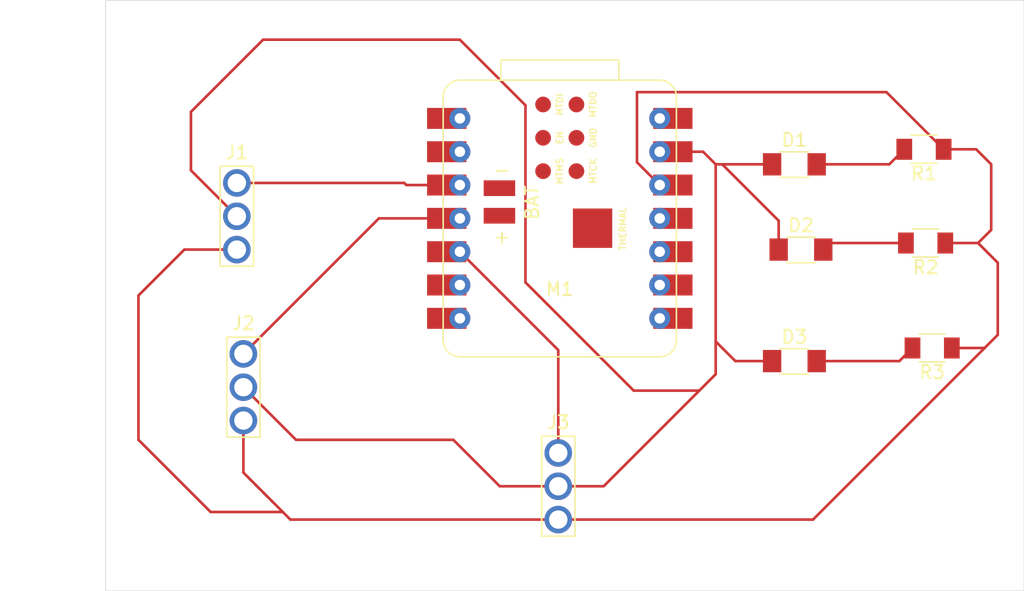
<source format=kicad_pcb>
(kicad_pcb (version 20241229) (generator "pcbnew") (generator_version "9.0")
  (layers (0 "F.Cu" signal) (2 "B.Cu" signal) (13 "F.Paste" user) (15 "B.Paste" user) (5 "F.SilkS" user "F.Silkscreen") (7 "B.SilkS" user "B.Silkscreen") (1 "F.Mask" user) (3 "B.Mask" user) (25 "Edge.Cuts" user))
  (net 0 "")
  (net 1 "Net-(D1-K)")
  (net 2 "Net-(D1-A)")
  (net 3 "Net-(D2-A)")
  (net 4 "Net-(D3-A)")
  (net 5 "Net-(J1-Pin_1)")
  (net 6 "Net-(J2-Pin_1)")
  (net 7 "Net-(J3-Pin_1)")
  (footprint "Fab:PinHeader_01x03_P2.54mm_Vertical_THT_D1.4mm" (layer "F.Cu") (at 56 64.42)
    (property "Reference" "J1" (at 0 -2.33 0) (layer "F.SilkS"))
    (property "Value" "PinHeader_01x03_P2.54mm_Vertical_THT_D1mm")
    (fp_line (start -1.27 -1.27) (end -1.27 6.35) (stroke (width 0.12)) (layer "F.SilkS"))
    (fp_line (start -1.27 -1.27) (end 1.27 -1.27) (stroke (width 0.12)) (layer "F.SilkS"))
    (fp_line (start -1.27 6.35) (end 1.27 6.35) (stroke (width 0.12)) (layer "F.SilkS"))
    (fp_line (start 1.27 -1.27) (end 1.27 6.35) (stroke (width 0.12)) (layer "F.SilkS"))
    (pad "1" thru_hole circle (at 0 0) (size 2.1 2.1) (drill 1.4) (layers "*.Cu" "*.Mask") (net 5 "Net-(J1-Pin_1)"))
    (pad "2" thru_hole circle (at 0 2.54) (size 2.1 2.1) (drill 1.4) (layers "*.Cu" "*.Mask") (net 1 "Net-(D1-K)"))
    (pad "3" thru_hole circle (at 0 5.08) (size 2.1 2.1) (drill 1.4) (layers "*.Cu" "*.Mask") (net 1 "Net-(D1-K)"))
  )
  (footprint "Fab:LED_1206" (layer "F.Cu") (at 98.5 63)
    (property "Reference" "D1" (at 0 -1.85 0) (layer "F.SilkS"))
    (property "Value" "LED_1206")
    (fp_line (start -1.1 -0.95) (end 1.1 -0.95) (stroke (width 0.12)) (layer "F.SilkS"))
    (fp_line (start -1.1 1) (end 1.1 1) (stroke (width 0.12)) (layer "F.SilkS"))
    (pad "1" smd rect (at -1.7 0) (size 1.4 1.7) (layers "F.Cu" "F.Mask" "F.Paste") (net 1 "Net-(D1-K)"))
    (pad "2" smd rect (at 1.7 0) (size 1.4 1.7) (layers "F.Cu" "F.Mask" "F.Paste") (net 2 "Net-(D1-A)"))
  )
  (footprint "Fab:R_1206" (layer "F.Cu") (at 108.5 69 180)
    (property "Reference" "R2" (at 0 -1.85 0) (layer "F.SilkS"))
    (property "Value" "R_1206")
    (fp_line (start 1 1.07) (end -1 1.07) (stroke (width 0.12)) (layer "F.SilkS"))
    (fp_line (start -1 -1.07) (end 1 -1.07) (stroke (width 0.12)) (layer "F.SilkS"))
    (pad "1" smd rect (at -1.5 0 180) (size 1.2 1.6) (layers "F.Cu" "F.Mask" "F.Paste") (net 1 "Net-(D1-K)"))
    (pad "2" smd rect (at 1.5 0 180) (size 1.2 1.6) (layers "F.Cu" "F.Mask" "F.Paste") (net 3 "Net-(D2-A)"))
  )
  (footprint "Fab:LED_1206" (layer "F.Cu") (at 99 69.5)
    (property "Reference" "D2" (at 0 -1.85 0) (layer "F.SilkS"))
    (property "Value" "LED_1206")
    (fp_line (start -1.1 -0.95) (end 1.1 -0.95) (stroke (width 0.12)) (layer "F.SilkS"))
    (fp_line (start -1.1 1) (end 1.1 1) (stroke (width 0.12)) (layer "F.SilkS"))
    (pad "1" smd rect (at -1.7 0) (size 1.4 1.7) (layers "F.Cu" "F.Mask" "F.Paste") (net 1 "Net-(D1-K)"))
    (pad "2" smd rect (at 1.7 0) (size 1.4 1.7) (layers "F.Cu" "F.Mask" "F.Paste") (net 3 "Net-(D2-A)"))
  )
  (footprint "Fab:SeeedStudio_XIAO_ESP32C3" (layer "F.Cu") (at 80.615 67.12)
    (property "Reference" "M1" (at 0 5.39 0) (layer "F.SilkS"))
    (property "Value" "Module_XIAO-ESP32C3")
    (fp_line (start -8.8875 9.281) (end -8.8875 -9.261) (stroke (width 0.12)) (layer "F.SilkS"))
    (fp_line (start -7.6175 -10.531) (end 7.6225 -10.531) (stroke (width 0.12)) (layer "F.SilkS"))
    (fp_line (start 7.6225 10.551) (end -7.6175 10.551) (stroke (width 0.12)) (layer "F.SilkS"))
    (fp_line (start 8.8925 -9.261) (end 8.8925 9.281) (stroke (width 0.12)) (layer "F.SilkS"))
    (fp_rect (start -4.4975 -10.531) (end 4.5025 -12.055) (stroke (width 0.12)) (fill no) (layer "F.SilkS"))
    (fp_arc (start -8.8875 -9.261) (mid -8.515526 -10.159026) (end -7.6175 -10.531) (stroke (width 0.12)) (layer "F.SilkS"))
    (fp_arc (start -7.6175 10.551) (mid -8.515526 10.179026) (end -8.8875 9.281) (stroke (width 0.12)) (layer "F.SilkS"))
    (fp_arc (start 7.6225 -10.531) (mid 8.520526 -10.159026) (end 8.8925 -9.261) (stroke (width 0.12)) (layer "F.SilkS"))
    (fp_arc (start 8.8925 9.281) (mid 8.520526 10.179026) (end 7.6225 10.551) (stroke (width 0.12)) (layer "F.SilkS"))
    (fp_text user "MTCK" (at 2.54 -3.6 90) (layer "F.SilkS") (effects (font (size 0.5 0.5) (thickness 0.1) (bold yes))))
    (fp_text user "+" (at -4.4 1.4 0) (layer "F.SilkS"))
    (fp_text user "MTMS" (at 0 -3.6 90) (layer "F.SilkS") (effects (font (size 0.5 0.5) (thickness 0.1) (bold yes))))
    (fp_text user "MTDO" (at 2.54 -8.68 90) (layer "F.SilkS") (effects (font (size 0.5 0.5) (thickness 0.1) (bold yes))))
    (fp_text user "MTDI" (at 0 -8.68 90) (layer "F.SilkS") (effects (font (size 0.5 0.5) (thickness 0.1) (bold yes))))
    (fp_text user "-" (at -4.4 -3.7 0) (layer "F.SilkS"))
    (fp_text user "THERMAL" (at 4.8 0.8 90) (layer "F.SilkS") (effects (font (size 0.5 0.5) (thickness 0.1) (bold yes))))
    (fp_text user "GND" (at 2.54 -6.14 90) (layer "F.SilkS") (effects (font (size 0.5 0.5) (thickness 0.1) (bold yes))))
    (fp_text user "EN" (at 0 -6.14 90) (layer "F.SilkS") (effects (font (size 0.5 0.5) (thickness 0.1) (bold yes))))
    (fp_text user "BAT" (at -2.7 -1.2 90) (layer "F.SilkS") (effects (justify top)))
    (pad "1" thru_hole circle (at -7.615 -7.62) (size 1.6 1.6) (drill 0.8) (layers "*.Cu" "*.Mask"))
    (pad "1" smd rect (at -7.615 -7.62) (size 3 1.6) (drill (offset -1 0)) (layers "F.Cu" "F.Mask" "F.Paste"))
    (pad "2" thru_hole circle (at -7.615 -5.08) (size 1.6 1.6) (drill 0.8) (layers "*.Cu" "*.Mask"))
    (pad "2" smd rect (at -7.615 -5.08) (size 3 1.6) (drill (offset -1 0)) (layers "F.Cu" "F.Mask" "F.Paste"))
    (pad "3" thru_hole circle (at -7.615 -2.54) (size 1.6 1.6) (drill 0.8) (layers "*.Cu" "*.Mask") (net 5 "Net-(J1-Pin_1)"))
    (pad "3" smd rect (at -7.615 -2.54) (size 3 1.6) (drill (offset -1 0)) (layers "F.Cu" "F.Mask" "F.Paste") (net 5 "Net-(J1-Pin_1)"))
    (pad "4" thru_hole circle (at -7.615 0) (size 1.6 1.6) (drill 0.8) (layers "*.Cu" "*.Mask") (net 6 "Net-(J2-Pin_1)"))
    (pad "4" smd rect (at -7.615 0) (size 3 1.6) (drill (offset -1 0)) (layers "F.Cu" "F.Mask" "F.Paste") (net 6 "Net-(J2-Pin_1)"))
    (pad "5" thru_hole circle (at -7.615 2.54) (size 1.6 1.6) (drill 0.8) (layers "*.Cu" "*.Mask") (net 7 "Net-(J3-Pin_1)"))
    (pad "5" smd rect (at -7.615 2.54) (size 3 1.6) (drill (offset -1 0)) (layers "F.Cu" "F.Mask" "F.Paste") (net 7 "Net-(J3-Pin_1)"))
    (pad "6" thru_hole circle (at -7.615 5.08) (size 1.6 1.6) (drill 0.8) (layers "*.Cu" "*.Mask"))
    (pad "6" smd rect (at -7.615 5.08) (size 3 1.6) (drill (offset -1 0)) (layers "F.Cu" "F.Mask" "F.Paste"))
    (pad "7" thru_hole circle (at -7.615 7.62) (size 1.6 1.6) (drill 0.8) (layers "*.Cu" "*.Mask"))
    (pad "7" smd rect (at -7.615 7.62) (size 3 1.6) (drill (offset -1 0)) (layers "F.Cu" "F.Mask" "F.Paste"))
    (pad "8" thru_hole circle (at 7.62 7.62) (size 1.6 1.6) (drill 0.8) (layers "*.Cu" "*.Mask"))
    (pad "8" smd rect (at 7.62 7.62) (size 3 1.6) (drill (offset 1 0)) (layers "F.Cu" "F.Mask" "F.Paste"))
    (pad "9" thru_hole circle (at 7.62 5.08) (size 1.6 1.6) (drill 0.8) (layers "*.Cu" "*.Mask"))
    (pad "9" smd rect (at 7.62 5.08) (size 3 1.6) (drill (offset 1 0)) (layers "F.Cu" "F.Mask" "F.Paste"))
    (pad "10" thru_hole circle (at 7.62 2.54) (size 1.6 1.6) (drill 0.8) (layers "*.Cu" "*.Mask"))
    (pad "10" smd rect (at 7.62 2.54) (size 3 1.6) (drill (offset 1 0)) (layers "F.Cu" "F.Mask" "F.Paste"))
    (pad "11" thru_hole circle (at 7.62 0) (size 1.6 1.6) (drill 0.8) (layers "*.Cu" "*.Mask"))
    (pad "11" smd rect (at 7.62 0) (size 3 1.6) (drill (offset 1 0)) (layers "F.Cu" "F.Mask" "F.Paste"))
    (pad "12" thru_hole circle (at 7.62 -2.54) (size 1.6 1.6) (drill 0.8) (layers "*.Cu" "*.Mask") (net 1 "Net-(D1-K)"))
    (pad "12" smd rect (at 7.62 -2.54) (size 3 1.6) (drill (offset 1 0)) (layers "F.Cu" "F.Mask" "F.Paste") (net 1 "Net-(D1-K)"))
    (pad "13" thru_hole circle (at 7.62 -5.08) (size 1.6 1.6) (drill 0.8) (layers "*.Cu" "*.Mask") (net 1 "Net-(D1-K)"))
    (pad "13" smd rect (at 7.62 -5.08) (size 3 1.6) (drill (offset 1 0)) (layers "F.Cu" "F.Mask" "F.Paste") (net 1 "Net-(D1-K)"))
    (pad "14" thru_hole circle (at 7.62 -7.62) (size 1.6 1.6) (drill 0.8) (layers "*.Cu" "*.Mask"))
    (pad "14" smd rect (at 7.62 -7.62) (size 3 1.6) (drill (offset 1 0)) (layers "F.Cu" "F.Mask" "F.Paste"))
    (pad "15" smd rect (at -4.6 -2.3) (size 2.4 1.2) (layers "F.Cu" "F.Mask" "F.Paste"))
    (pad "16" smd rect (at -4.6 -0.2) (size 2.4 1.2) (layers "F.Cu" "F.Mask" "F.Paste"))
    (pad "17" smd circle (at -1.27 -8.68) (size 1.2 1.2) (layers "F.Cu" "F.Mask" "F.Paste"))
    (pad "18" smd circle (at -1.27 -6.14) (size 1.2 1.2) (layers "F.Cu" "F.Mask" "F.Paste"))
    (pad "19" smd circle (at -1.27 -3.6) (size 1.2 1.2) (layers "F.Cu" "F.Mask" "F.Paste"))
    (pad "20" smd circle (at 1.27 -3.6) (size 1.2 1.2) (layers "F.Cu" "F.Mask" "F.Paste"))
    (pad "21" smd circle (at 1.27 -6.14) (size 1.2 1.2) (layers "F.Cu" "F.Mask" "F.Paste"))
    (pad "22" smd circle (at 1.27 -8.68) (size 1.2 1.2) (layers "F.Cu" "F.Mask" "F.Paste"))
    (pad "23" smd rect (at 2.5 0.75) (size 3 3) (layers "F.Cu" "F.Mask" "F.Paste"))
  )
  (footprint "Fab:R_1206" (layer "F.Cu") (at 108.375 61.855 180)
    (property "Reference" "R1" (at 0 -1.85 0) (layer "F.SilkS"))
    (property "Value" "R_1206")
    (fp_line (start 1 1.07) (end -1 1.07) (stroke (width 0.12)) (layer "F.SilkS"))
    (fp_line (start -1 -1.07) (end 1 -1.07) (stroke (width 0.12)) (layer "F.SilkS"))
    (pad "1" smd rect (at -1.5 0 180) (size 1.2 1.6) (layers "F.Cu" "F.Mask" "F.Paste") (net 1 "Net-(D1-K)"))
    (pad "2" smd rect (at 1.5 0 180) (size 1.2 1.6) (layers "F.Cu" "F.Mask" "F.Paste") (net 2 "Net-(D1-A)"))
  )
  (footprint "Fab:PinHeader_01x03_P2.54mm_Vertical_THT_D1.4mm" (layer "F.Cu") (at 56.5 77.45)
    (property "Reference" "J2" (at 0 -2.33 0) (layer "F.SilkS"))
    (property "Value" "PinHeader_01x03_P2.54mm_Vertical_THT_D1mm")
    (fp_line (start -1.27 -1.27) (end -1.27 6.35) (stroke (width 0.12)) (layer "F.SilkS"))
    (fp_line (start -1.27 -1.27) (end 1.27 -1.27) (stroke (width 0.12)) (layer "F.SilkS"))
    (fp_line (start -1.27 6.35) (end 1.27 6.35) (stroke (width 0.12)) (layer "F.SilkS"))
    (fp_line (start 1.27 -1.27) (end 1.27 6.35) (stroke (width 0.12)) (layer "F.SilkS"))
    (pad "1" thru_hole circle (at 0 0) (size 2.1 2.1) (drill 1.4) (layers "*.Cu" "*.Mask") (net 6 "Net-(J2-Pin_1)"))
    (pad "2" thru_hole circle (at 0 2.54) (size 2.1 2.1) (drill 1.4) (layers "*.Cu" "*.Mask") (net 1 "Net-(D1-K)"))
    (pad "3" thru_hole circle (at 0 5.08) (size 2.1 2.1) (drill 1.4) (layers "*.Cu" "*.Mask") (net 1 "Net-(D1-K)"))
  )
  (footprint "Fab:PinHeader_01x03_P2.54mm_Vertical_THT_D1.4mm" (layer "F.Cu") (at 80.5 85)
    (property "Reference" "J3" (at 0 -2.33 0) (layer "F.SilkS"))
    (property "Value" "PinHeader_01x03_P2.54mm_Vertical_THT_D1mm")
    (fp_line (start -1.27 -1.27) (end -1.27 6.35) (stroke (width 0.12)) (layer "F.SilkS"))
    (fp_line (start -1.27 -1.27) (end 1.27 -1.27) (stroke (width 0.12)) (layer "F.SilkS"))
    (fp_line (start -1.27 6.35) (end 1.27 6.35) (stroke (width 0.12)) (layer "F.SilkS"))
    (fp_line (start 1.27 -1.27) (end 1.27 6.35) (stroke (width 0.12)) (layer "F.SilkS"))
    (pad "1" thru_hole circle (at 0 0) (size 2.1 2.1) (drill 1.4) (layers "*.Cu" "*.Mask") (net 7 "Net-(J3-Pin_1)"))
    (pad "2" thru_hole circle (at 0 2.54) (size 2.1 2.1) (drill 1.4) (layers "*.Cu" "*.Mask") (net 1 "Net-(D1-K)"))
    (pad "3" thru_hole circle (at 0 5.08) (size 2.1 2.1) (drill 1.4) (layers "*.Cu" "*.Mask") (net 1 "Net-(D1-K)"))
  )
  (footprint "Fab:LED_1206" (layer "F.Cu") (at 98.5 78)
    (property "Reference" "D3" (at 0 -1.85 0) (layer "F.SilkS"))
    (property "Value" "LED_1206")
    (fp_line (start -1.1 -0.95) (end 1.1 -0.95) (stroke (width 0.12)) (layer "F.SilkS"))
    (fp_line (start -1.1 1) (end 1.1 1) (stroke (width 0.12)) (layer "F.SilkS"))
    (pad "1" smd rect (at -1.7 0) (size 1.4 1.7) (layers "F.Cu" "F.Mask" "F.Paste") (net 1 "Net-(D1-K)"))
    (pad "2" smd rect (at 1.7 0) (size 1.4 1.7) (layers "F.Cu" "F.Mask" "F.Paste") (net 4 "Net-(D3-A)"))
  )
  (footprint "Fab:R_1206" (layer "F.Cu") (at 109 77 180)
    (property "Reference" "R3" (at 0 -1.85 0) (layer "F.SilkS"))
    (property "Value" "R_1206")
    (fp_line (start 1 1.07) (end -1 1.07) (stroke (width 0.12)) (layer "F.SilkS"))
    (fp_line (start -1 -1.07) (end 1 -1.07) (stroke (width 0.12)) (layer "F.SilkS"))
    (pad "1" smd rect (at -1.5 0 180) (size 1.2 1.6) (layers "F.Cu" "F.Mask" "F.Paste") (net 1 "Net-(D1-K)"))
    (pad "2" smd rect (at 1.5 0 180) (size 1.2 1.6) (layers "F.Cu" "F.Mask" "F.Paste") (net 4 "Net-(D3-A)"))
  )
  (gr_rect (start 46 50.5) (end 116 95.5) (stroke (width 0.05)) (fill no) (layer "Edge.Cuts"))
  (segment (start 56.5 82.53) (end 56.5 86.5) (width 0.2) (layer "F.Cu") (net 1))
  (segment (start 92.5 63) (end 93 63) (width 0.2) (layer "F.Cu") (net 1))
  (segment (start 83.96 87.54) (end 88.75 82.75) (width 0.2) (layer "F.Cu") (net 1))
  (segment (start 60.08 90.08) (end 80.5 90.08) (width 0.2) (layer "F.Cu") (net 1))
  (segment (start 80.5 87.54) (end 83.96 87.54) (width 0.2) (layer "F.Cu") (net 1))
  (segment (start 113.5 68) (end 112.5 69) (width 0.2) (layer "F.Cu") (net 1))
  (segment (start 86.5 62.845) (end 88.235 64.58) (width 0.2) (layer "F.Cu") (net 1))
  (segment (start 56 69.5) (end 52 69.5) (width 0.2) (layer "F.Cu") (net 1))
  (segment (start 80.5 90.08) (end 99.92 90.08) (width 0.2) (layer "F.Cu") (net 1))
  (segment (start 86.25 80.25) (end 91.25 80.25) (width 0.2) (layer "F.Cu") (net 1))
  (segment (start 92.5 63) (end 91.54 62.04) (width 0.2) (layer "F.Cu") (net 1))
  (segment (start 93 63) (end 96.8 63) (width 0.2) (layer "F.Cu") (net 1))
  (segment (start 48.5 84) (end 54 89.5) (width 0.2) (layer "F.Cu") (net 1))
  (segment (start 56.5 86.5) (end 59.5 89.5) (width 0.2) (layer "F.Cu") (net 1))
  (segment (start 112.5 69) (end 114 70.5) (width 0.2) (layer "F.Cu") (net 1))
  (segment (start 48.5 73) (end 48.5 84) (width 0.2) (layer "F.Cu") (net 1))
  (segment (start 78 72) (end 86.25 80.25) (width 0.2) (layer "F.Cu") (net 1))
  (segment (start 52.5 63.46) (end 52.5 59) (width 0.2) (layer "F.Cu") (net 1))
  (segment (start 56 66.96) (end 52.5 63.46) (width 0.2) (layer "F.Cu") (net 1))
  (segment (start 113.5 63) (end 113.5 68) (width 0.2) (layer "F.Cu") (net 1))
  (segment (start 92.5 76.5) (end 92.5 63) (width 0.2) (layer "F.Cu") (net 1))
  (segment (start 88.75 82.75) (end 91.25 80.25) (width 0.2) (layer "F.Cu") (net 1))
  (segment (start 52 69.5) (end 48.5 73) (width 0.2) (layer "F.Cu") (net 1))
  (segment (start 109.875 61.855) (end 112.355 61.855) (width 0.2) (layer "F.Cu") (net 1))
  (segment (start 86.5 57.5) (end 86.5 62.845) (width 0.2) (layer "F.Cu") (net 1))
  (segment (start 114 70.5) (end 114 76) (width 0.2) (layer "F.Cu") (net 1))
  (segment (start 110.5 77) (end 113 77) (width 0.2) (layer "F.Cu") (net 1))
  (segment (start 97.3 69.5) (end 97.3 67.3) (width 0.2) (layer "F.Cu") (net 1))
  (segment (start 91.25 80.25) (end 92.5 79) (width 0.2) (layer "F.Cu") (net 1))
  (segment (start 58 53.5) (end 73 53.5) (width 0.2) (layer "F.Cu") (net 1))
  (segment (start 76.04 87.54) (end 80.5 87.54) (width 0.2) (layer "F.Cu") (net 1))
  (segment (start 96.8 78) (end 94 78) (width 0.2) (layer "F.Cu") (net 1))
  (segment (start 60.51 84) (end 72.5 84) (width 0.2) (layer "F.Cu") (net 1))
  (segment (start 52.5 59) (end 58 53.5) (width 0.2) (layer "F.Cu") (net 1))
  (segment (start 59.5 89.5) (end 60.08 90.08) (width 0.2) (layer "F.Cu") (net 1))
  (segment (start 99.92 90.08) (end 113 77) (width 0.2) (layer "F.Cu") (net 1))
  (segment (start 94 78) (end 92.5 76.5) (width 0.2) (layer "F.Cu") (net 1))
  (segment (start 78 58.5) (end 78 72) (width 0.2) (layer "F.Cu") (net 1))
  (segment (start 112.355 61.855) (end 113.5 63) (width 0.2) (layer "F.Cu") (net 1))
  (segment (start 105.52 57.5) (end 86.5 57.5) (width 0.2) (layer "F.Cu") (net 1))
  (segment (start 54 89.5) (end 59.5 89.5) (width 0.2) (layer "F.Cu") (net 1))
  (segment (start 97.3 67.3) (end 93 63) (width 0.2) (layer "F.Cu") (net 1))
  (segment (start 72.5 84) (end 76.04 87.54) (width 0.2) (layer "F.Cu") (net 1))
  (segment (start 56.5 79.99) (end 60.51 84) (width 0.2) (layer "F.Cu") (net 1))
  (segment (start 88.235 62.04) (end 91.54 62.04) (width 0.2) (layer "F.Cu") (net 1))
  (segment (start 113 77) (end 114 76) (width 0.2) (layer "F.Cu") (net 1))
  (segment (start 109.875 61.855) (end 105.52 57.5) (width 0.2) (layer "F.Cu") (net 1))
  (segment (start 92.5 79) (end 92.5 76.5) (width 0.2) (layer "F.Cu") (net 1))
  (segment (start 73 53.5) (end 78 58.5) (width 0.2) (layer "F.Cu") (net 1))
  (segment (start 112.5 69) (end 110 69) (width 0.2) (layer "F.Cu") (net 1))
  (segment (start 100.2 63) (end 105.73 63) (width 0.2) (layer "F.Cu") (net 2))
  (segment (start 105.73 63) (end 106.875 61.855) (width 0.2) (layer "F.Cu") (net 2))
  (segment (start 101.2 69) (end 100.7 69.5) (width 0.2) (layer "F.Cu") (net 3))
  (segment (start 107 69) (end 101.2 69) (width 0.2) (layer "F.Cu") (net 3))
  (segment (start 100.2 78) (end 106.5 78) (width 0.2) (layer "F.Cu") (net 4))
  (segment (start 106.5 78) (end 107.5 77) (width 0.2) (layer "F.Cu") (net 4))
  (segment (start 73 64.58) (end 68.92 64.58) (width 0.2) (layer "F.Cu") (net 5))
  (segment (start 68.92 64.58) (end 68.76 64.42) (width 0.2) (layer "F.Cu") (net 5))
  (segment (start 68.76 64.42) (end 56 64.42) (width 0.2) (layer "F.Cu") (net 5))
  (segment (start 66.83 67.12) (end 73 67.12) (width 0.2) (layer "F.Cu") (net 6))
  (segment (start 56.5 77.45) (end 66.83 67.12) (width 0.2) (layer "F.Cu") (net 6))
  (segment (start 80.5 77.16) (end 73 69.66) (width 0.2) (layer "F.Cu") (net 7))
  (segment (start 80.5 85) (end 80.5 77.16) (width 0.2) (layer "F.Cu") (net 7))
)
</source>
